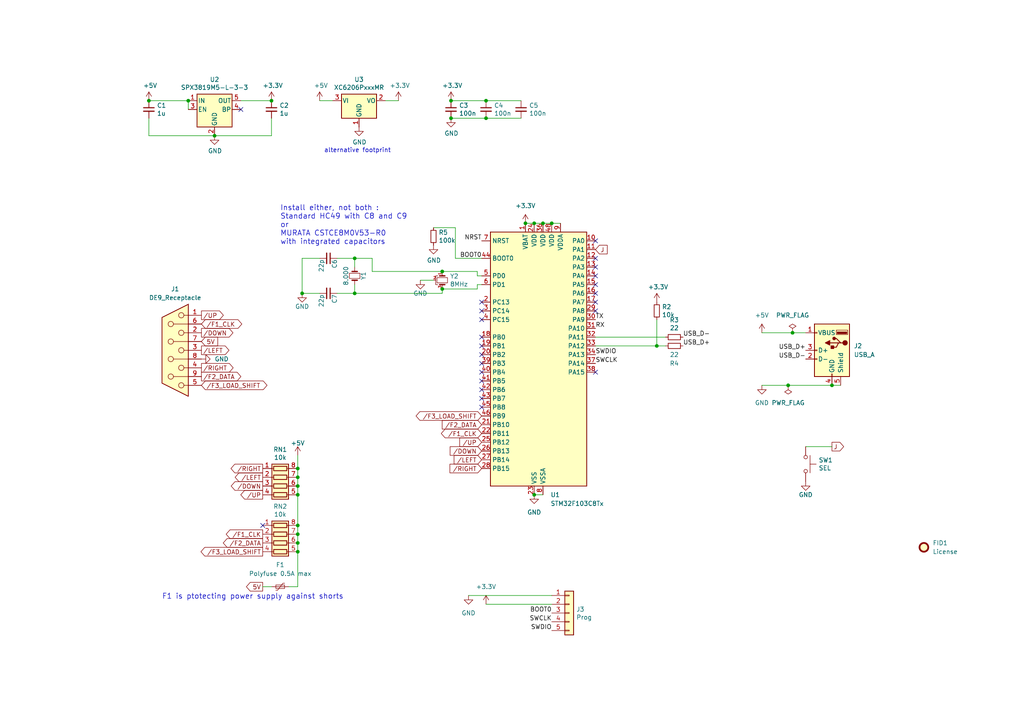
<source format=kicad_sch>
(kicad_sch (version 20231120) (generator "eeschema") (generator_version "8.0")
  (paper "A4")
  (title_block (title "Joystick DB9 to USB adapter") (date "31/10/2023") (rev "0.1") (company "FLACO 2023 CC-BY-NC-SA"))
  (lib_symbols
    (symbol "Connector:DE9_Receptacle" (pin_names (offset 1.016) hide)
      (property "Reference" "J" (at 0 13.97 0))
      (property "Value" "DE9_Receptacle" (at 0 -14.605 0))
      (symbol "DE9_Receptacle_0_1"
        (circle (center -1.778 -10.16) (radius 0.762))
        (circle (center -1.778 -5.08) (radius 0.762))
        (circle (center -1.778 0) (radius 0.762))
        (circle (center -1.778 5.08) (radius 0.762))
        (circle (center -1.778 10.16) (radius 0.762))
        (polyline (pts (xy -3.81 -10.16) (xy -2.54 -10.16)))
        (polyline (pts (xy -3.81 -7.62) (xy 0.508 -7.62)))
        (polyline (pts (xy -3.81 -5.08) (xy -2.54 -5.08)))
        (polyline (pts (xy -3.81 -2.54) (xy 0.508 -2.54)))
        (polyline (pts (xy -3.81 0) (xy -2.54 0)))
        (polyline (pts (xy -3.81 2.54) (xy 0.508 2.54)))
        (polyline (pts (xy -3.81 5.08) (xy -2.54 5.08)))
        (polyline (pts (xy -3.81 7.62) (xy 0.508 7.62)))
        (polyline (pts (xy -3.81 10.16) (xy -2.54 10.16)))
        (polyline (pts (xy -3.81 13.335) (xy -3.81 -13.335) (xy 3.81 -9.525) (xy 3.81 9.525) (xy -3.81 13.335)) (stroke (width 0.254)) (fill (type background)))
        (circle (center 1.27 -7.62) (radius 0.762))
        (circle (center 1.27 -2.54) (radius 0.762))
        (circle (center 1.27 2.54) (radius 0.762))
        (circle (center 1.27 7.62) (radius 0.762))
      )
      (symbol "DE9_Receptacle_1_1"
        (pin passive line (at -7.62 10.16 0) (length 3.81) (name "1") (number "1"))
        (pin passive line (at -7.62 5.08 0) (length 3.81) (name "2") (number "2"))
        (pin passive line (at -7.62 0 0) (length 3.81) (name "3") (number "3"))
        (pin passive line (at -7.62 -5.08 0) (length 3.81) (name "4") (number "4"))
        (pin passive line (at -7.62 -10.16 0) (length 3.81) (name "5") (number "5"))
        (pin passive line (at -7.62 7.62 0) (length 3.81) (name "6") (number "6"))
        (pin passive line (at -7.62 2.54 0) (length 3.81) (name "7") (number "7"))
        (pin passive line (at -7.62 -2.54 0) (length 3.81) (name "8") (number "8"))
        (pin passive line (at -7.62 -7.62 0) (length 3.81) (name "9") (number "9"))
      )
    )
    (symbol "Connector:USB_A" (pin_names (offset 1.016))
      (property "Reference" "J" (at -5.08 11.43 0))
      (property "Value" "USB_A" (at -5.08 8.89 0))
      (symbol "USB_A_0_1"
        (rectangle (start -5.08 -7.62) (end 5.08 7.62) (stroke (width 0.254)) (fill (type background)))
        (circle (center -3.81 2.159) (radius 0.635) (stroke (width 0.254)) (fill (type outline)))
        (rectangle (start -1.524 4.826) (end -4.318 5.334) (fill (type outline)))
        (rectangle (start -1.27 4.572) (end -4.572 5.842))
        (circle (center -0.635 3.429) (radius 0.381) (stroke (width 0.254)) (fill (type outline)))
        (rectangle (start -0.127 -7.62) (end 0.127 -6.858))
        (polyline (pts (xy -3.175 2.159) (xy -2.54 2.159) (xy -1.27 3.429) (xy -0.635 3.429)) (stroke (width 0.254)))
        (polyline (pts (xy -2.54 2.159) (xy -1.905 2.159) (xy -1.27 0.889) (xy 0 0.889)) (stroke (width 0.254)))
        (polyline (pts (xy 0.635 2.794) (xy 0.635 1.524) (xy 1.905 2.159) (xy 0.635 2.794)) (stroke (width 0.254)) (fill (type outline)))
        (rectangle (start 0.254 1.27) (end -0.508 0.508) (stroke (width 0.254)) (fill (type outline)))
        (rectangle (start 5.08 -2.667) (end 4.318 -2.413))
        (rectangle (start 5.08 -0.127) (end 4.318 0.127))
        (rectangle (start 5.08 4.953) (end 4.318 5.207))
      )
      (symbol "USB_A_1_1"
        (polyline (pts (xy -1.905 2.159) (xy 0.635 2.159)) (stroke (width 0.254)))
        (pin power_in line (at 7.62 5.08 180) (length 2.54) (name "VBUS") (number "1"))
        (pin bidirectional line (at 7.62 -2.54 180) (length 2.54) (name "D-") (number "2"))
        (pin bidirectional line (at 7.62 0 180) (length 2.54) (name "D+") (number "3"))
        (pin power_in line (at 0 -10.16 90) (length 2.54) (name "GND") (number "4"))
        (pin passive line (at -2.54 -10.16 90) (length 2.54) (name "Shield") (number "5"))
      )
    )
    (symbol "Connector_Generic:Conn_01x05" (pin_names (offset 1.016) hide)
      (property "Reference" "J" (at 0 7.62 0))
      (property "Value" "Conn_01x05" (at 0 -7.62 0))
      (symbol "Conn_01x05_1_1"
        (rectangle (start -1.27 -4.953) (end 0 -5.207) (stroke (width 0.1524)))
        (rectangle (start -1.27 -2.413) (end 0 -2.667) (stroke (width 0.1524)))
        (rectangle (start -1.27 0.127) (end 0 -0.127) (stroke (width 0.1524)))
        (rectangle (start -1.27 2.667) (end 0 2.413) (stroke (width 0.1524)))
        (rectangle (start -1.27 5.207) (end 0 4.953) (stroke (width 0.1524)))
        (rectangle (start -1.27 6.35) (end 1.27 -6.35) (stroke (width 0.254)) (fill (type background)))
        (pin passive line (at -5.08 5.08 0) (length 3.81) (name "Pin_1") (number "1"))
        (pin passive line (at -5.08 2.54 0) (length 3.81) (name "Pin_2") (number "2"))
        (pin passive line (at -5.08 0 0) (length 3.81) (name "Pin_3") (number "3"))
        (pin passive line (at -5.08 -2.54 0) (length 3.81) (name "Pin_4") (number "4"))
        (pin passive line (at -5.08 -5.08 0) (length 3.81) (name "Pin_5") (number "5"))
      )
    )
    (symbol "Device:C_Small" (pin_numbers hide) (pin_names (offset 0.254) hide)
      (property "Reference" "C" (at 0.254 1.778 0))
      (property "Value" "C_Small" (at 0.254 -2.032 0))
      (symbol "C_Small_0_1"
        (polyline (pts (xy -1.524 -0.508) (xy 1.524 -0.508)) (stroke (width 0.3302)))
        (polyline (pts (xy -1.524 0.508) (xy 1.524 0.508)) (stroke (width 0.3048)))
      )
      (symbol "C_Small_1_1"
        (pin passive line (at 0 2.54 270) (length 2.032) (name "~") (number "1"))
        (pin passive line (at 0 -2.54 90) (length 2.032) (name "~") (number "2"))
      )
    )
    (symbol "Device:Crystal_GND2_Small" (pin_names (offset 1.016) hide)
      (property "Reference" "Y" (at 0 5.08 0))
      (property "Value" "Crystal_GND2_Small" (at 0 3.175 0))
      (symbol "Crystal_GND2_Small_0_1"
        (rectangle (start -0.762 -1.524) (end 0.762 1.524))
        (polyline (pts (xy -1.27 -0.762) (xy -1.27 0.762)) (stroke (width 0.381)))
        (polyline (pts (xy 1.27 -0.762) (xy 1.27 0.762)) (stroke (width 0.381)))
        (polyline (pts (xy -1.27 -1.27) (xy -1.27 -1.905) (xy 1.27 -1.905) (xy 1.27 -1.27)))
      )
      (symbol "Crystal_GND2_Small_1_1"
        (pin passive line (at -2.54 0 0) (length 1.27) (name "1") (number "1"))
        (pin passive line (at 0 -2.54 90) (length 0.635) (name "2") (number "2"))
        (pin passive line (at 2.54 0 180) (length 1.27) (name "3") (number "3"))
      )
    )
    (symbol "Device:Crystal_Small" (pin_numbers hide) (pin_names (offset 1.016) hide)
      (property "Reference" "Y" (at 0 2.54 0))
      (property "Value" "Crystal_Small" (at 0 -2.54 0))
      (symbol "Crystal_Small_0_1"
        (rectangle (start -0.762 -1.524) (end 0.762 1.524))
        (polyline (pts (xy -1.27 -0.762) (xy -1.27 0.762)) (stroke (width 0.381)))
        (polyline (pts (xy 1.27 -0.762) (xy 1.27 0.762)) (stroke (width 0.381)))
      )
      (symbol "Crystal_Small_1_1"
        (pin passive line (at -2.54 0 0) (length 1.27) (name "1") (number "1"))
        (pin passive line (at 2.54 0 180) (length 1.27) (name "2") (number "2"))
      )
    )
    (symbol "Device:Polyfuse_Small" (pin_numbers hide) (pin_names (offset 0))
      (property "Reference" "F" (at -1.905 0 90))
      (property "Value" "Polyfuse_Small" (at 1.905 0 90))
      (symbol "Polyfuse_Small_0_1"
        (rectangle (start -0.508 1.27) (end 0.508 -1.27))
        (polyline (pts (xy 0 2.54) (xy 0 -2.54)))
        (polyline (pts (xy -1.016 1.27) (xy -1.016 0.762) (xy 1.016 -0.762) (xy 1.016 -1.27)))
      )
      (symbol "Polyfuse_Small_1_1"
        (pin passive line (at 0 2.54 270) (length 0.635) (name "~") (number "1"))
        (pin passive line (at 0 -2.54 90) (length 0.635) (name "~") (number "2"))
      )
    )
    (symbol "Device:R_Pack04" (pin_names (offset 0) hide)
      (property "Reference" "RN" (at -7.62 0 90))
      (property "Value" "R_Pack04" (at 5.08 0 90))
      (symbol "R_Pack04_0_1"
        (rectangle (start -6.35 -2.413) (end 3.81 2.413) (stroke (width 0.254)) (fill (type background)))
        (rectangle (start -5.715 1.905) (end -4.445 -1.905) (stroke (width 0.254)))
        (rectangle (start -3.175 1.905) (end -1.905 -1.905) (stroke (width 0.254)))
        (rectangle (start -0.635 1.905) (end 0.635 -1.905) (stroke (width 0.254)))
        (polyline (pts (xy -5.08 -2.54) (xy -5.08 -1.905)))
        (polyline (pts (xy -5.08 1.905) (xy -5.08 2.54)))
        (polyline (pts (xy -2.54 -2.54) (xy -2.54 -1.905)))
        (polyline (pts (xy -2.54 1.905) (xy -2.54 2.54)))
        (polyline (pts (xy 0 -2.54) (xy 0 -1.905)))
        (polyline (pts (xy 0 1.905) (xy 0 2.54)))
        (polyline (pts (xy 2.54 -2.54) (xy 2.54 -1.905)))
        (polyline (pts (xy 2.54 1.905) (xy 2.54 2.54)))
        (rectangle (start 1.905 1.905) (end 3.175 -1.905) (stroke (width 0.254)))
      )
      (symbol "R_Pack04_1_1"
        (pin passive line (at -5.08 -5.08 90) (length 2.54) (name "R1.1") (number "1"))
        (pin passive line (at -2.54 -5.08 90) (length 2.54) (name "R2.1") (number "2"))
        (pin passive line (at 0 -5.08 90) (length 2.54) (name "R3.1") (number "3"))
        (pin passive line (at 2.54 -5.08 90) (length 2.54) (name "R4.1") (number "4"))
        (pin passive line (at 2.54 5.08 270) (length 2.54) (name "R4.2") (number "5"))
        (pin passive line (at 0 5.08 270) (length 2.54) (name "R3.2") (number "6"))
        (pin passive line (at -2.54 5.08 270) (length 2.54) (name "R2.2") (number "7"))
        (pin passive line (at -5.08 5.08 270) (length 2.54) (name "R1.2") (number "8"))
      )
    )
    (symbol "Device:R_Small" (pin_numbers hide) (pin_names (offset 0.254) hide)
      (property "Reference" "R" (at 0.762 0.508 0))
      (property "Value" "R_Small" (at 0.762 -1.016 0))
      (symbol "R_Small_0_1"
        (rectangle (start -0.762 1.778) (end 0.762 -1.778) (stroke (width 0.2032)))
      )
      (symbol "R_Small_1_1"
        (pin passive line (at 0 2.54 270) (length 0.762) (name "~") (number "1"))
        (pin passive line (at 0 -2.54 90) (length 0.762) (name "~") (number "2"))
      )
    )
    (symbol "MCU_ST_STM32F1:STM32F103C8Tx"
      (property "Reference" "U" (at -12.7 39.37 0))
      (property "Value" "STM32F103C8Tx" (at 10.16 39.37 0))
      (symbol "STM32F103C8Tx_0_1"
        (rectangle (start -12.7 -35.56) (end 15.24 38.1) (stroke (width 0.254)) (fill (type background)))
      )
      (symbol "STM32F103C8Tx_1_1"
        (pin power_in line (at -2.54 40.64 270) (length 2.54) (name "VBAT") (number "1"))
        (pin bidirectional line (at 17.78 35.56 180) (length 2.54) (name "PA0") (number "10"))
        (pin bidirectional line (at 17.78 33.02 180) (length 2.54) (name "PA1") (number "11"))
        (pin bidirectional line (at 17.78 30.48 180) (length 2.54) (name "PA2") (number "12"))
        (pin bidirectional line (at 17.78 27.94 180) (length 2.54) (name "PA3") (number "13"))
        (pin bidirectional line (at 17.78 25.4 180) (length 2.54) (name "PA4") (number "14"))
        (pin bidirectional line (at 17.78 22.86 180) (length 2.54) (name "PA5") (number "15"))
        (pin bidirectional line (at 17.78 20.32 180) (length 2.54) (name "PA6") (number "16"))
        (pin bidirectional line (at 17.78 17.78 180) (length 2.54) (name "PA7") (number "17"))
        (pin bidirectional line (at -15.24 7.62 0) (length 2.54) (name "PB0") (number "18"))
        (pin bidirectional line (at -15.24 5.08 0) (length 2.54) (name "PB1") (number "19"))
        (pin bidirectional line (at -15.24 17.78 0) (length 2.54) (name "PC13") (number "2"))
        (pin bidirectional line (at -15.24 2.54 0) (length 2.54) (name "PB2") (number "20"))
        (pin bidirectional line (at -15.24 -17.78 0) (length 2.54) (name "PB10") (number "21"))
        (pin bidirectional line (at -15.24 -20.32 0) (length 2.54) (name "PB11") (number "22"))
        (pin power_in line (at 0 -38.1 90) (length 2.54) (name "VSS") (number "23"))
        (pin power_in line (at 0 40.64 270) (length 2.54) (name "VDD") (number "24"))
        (pin bidirectional line (at -15.24 -22.86 0) (length 2.54) (name "PB12") (number "25"))
        (pin bidirectional line (at -15.24 -25.4 0) (length 2.54) (name "PB13") (number "26"))
        (pin bidirectional line (at -15.24 -27.94 0) (length 2.54) (name "PB14") (number "27"))
        (pin bidirectional line (at -15.24 -30.48 0) (length 2.54) (name "PB15") (number "28"))
        (pin bidirectional line (at 17.78 15.24 180) (length 2.54) (name "PA8") (number "29"))
        (pin bidirectional line (at -15.24 15.24 0) (length 2.54) (name "PC14") (number "3"))
        (pin bidirectional line (at 17.78 12.7 180) (length 2.54) (name "PA9") (number "30"))
        (pin bidirectional line (at 17.78 10.16 180) (length 2.54) (name "PA10") (number "31"))
        (pin bidirectional line (at 17.78 7.62 180) (length 2.54) (name "PA11") (number "32"))
        (pin bidirectional line (at 17.78 5.08 180) (length 2.54) (name "PA12") (number "33"))
        (pin bidirectional line (at 17.78 2.54 180) (length 2.54) (name "PA13") (number "34"))
        (pin passive line (at 0 -38.1 90) (length 2.54) hide (name "VSS") (number "35"))
        (pin power_in line (at 2.54 40.64 270) (length 2.54) (name "VDD") (number "36"))
        (pin bidirectional line (at 17.78 0 180) (length 2.54) (name "PA14") (number "37"))
        (pin bidirectional line (at 17.78 -2.54 180) (length 2.54) (name "PA15") (number "38"))
        (pin bidirectional line (at -15.24 0 0) (length 2.54) (name "PB3") (number "39"))
        (pin bidirectional line (at -15.24 12.7 0) (length 2.54) (name "PC15") (number "4"))
        (pin bidirectional line (at -15.24 -2.54 0) (length 2.54) (name "PB4") (number "40"))
        (pin bidirectional line (at -15.24 -5.08 0) (length 2.54) (name "PB5") (number "41"))
        (pin bidirectional line (at -15.24 -7.62 0) (length 2.54) (name "PB6") (number "42"))
        (pin bidirectional line (at -15.24 -10.16 0) (length 2.54) (name "PB7") (number "43"))
        (pin input line (at -15.24 30.48 0) (length 2.54) (name "BOOT0") (number "44"))
        (pin bidirectional line (at -15.24 -12.7 0) (length 2.54) (name "PB8") (number "45"))
        (pin bidirectional line (at -15.24 -15.24 0) (length 2.54) (name "PB9") (number "46"))
        (pin passive line (at 0 -38.1 90) (length 2.54) hide (name "VSS") (number "47"))
        (pin power_in line (at 5.08 40.64 270) (length 2.54) (name "VDD") (number "48"))
        (pin bidirectional line (at -15.24 25.4 0) (length 2.54) (name "PD0") (number "5"))
        (pin bidirectional line (at -15.24 22.86 0) (length 2.54) (name "PD1") (number "6"))
        (pin input line (at -15.24 35.56 0) (length 2.54) (name "NRST") (number "7"))
        (pin power_in line (at 2.54 -38.1 90) (length 2.54) (name "VSSA") (number "8"))
        (pin power_in line (at 7.62 40.64 270) (length 2.54) (name "VDDA") (number "9"))
      )
    )
    (symbol "Mechanical:Fiducial"
      (property "Reference" "FID" (at 0 5.08 0))
      (property "Value" "Fiducial" (at 0 3.175 0))
      (symbol "Fiducial_0_1"
        (circle (center 0 0) (radius 1.27) (stroke (width 0.508)) (fill (type background)))
      )
    )
    (symbol "Regulator_Linear:SPX3819M5-L-3-3" (pin_names (offset 0.254))
      (property "Reference" "U" (at -3.81 5.715 0))
      (property "Value" "SPX3819M5-L-3-3" (at 0 5.715 0))
      (symbol "SPX3819M5-L-3-3_0_1"
        (rectangle (start -5.08 4.445) (end 5.08 -5.08) (stroke (width 0.254)) (fill (type background)))
      )
      (symbol "SPX3819M5-L-3-3_1_1"
        (pin power_in line (at -7.62 2.54 0) (length 2.54) (name "IN") (number "1"))
        (pin power_in line (at 0 -7.62 90) (length 2.54) (name "GND") (number "2"))
        (pin input line (at -7.62 0 0) (length 2.54) (name "EN") (number "3"))
        (pin input line (at 7.62 0 180) (length 2.54) (name "BP") (number "4"))
        (pin power_out line (at 7.62 2.54 180) (length 2.54) (name "OUT") (number "5"))
      )
    )
    (symbol "Regulator_Linear:XC6206PxxxMR" (pin_names (offset 0.254))
      (property "Reference" "U" (at -3.81 3.175 0))
      (property "Value" "XC6206PxxxMR" (at 0 3.175 0))
      (symbol "XC6206PxxxMR_0_1"
        (rectangle (start -5.08 1.905) (end 5.08 -5.08) (stroke (width 0.254)) (fill (type background)))
      )
      (symbol "XC6206PxxxMR_1_1"
        (pin power_in line (at 0 -7.62 90) (length 2.54) (name "GND") (number "1"))
        (pin power_out line (at 7.62 0 180) (length 2.54) (name "VO") (number "2"))
        (pin power_in line (at -7.62 0 0) (length 2.54) (name "VI") (number "3"))
      )
    )
    (symbol "Switch:SW_Push" (pin_numbers hide) (pin_names (offset 1.016) hide)
      (property "Reference" "SW" (at 1.27 2.54 0))
      (property "Value" "SW_Push" (at 0 -1.524 0))
      (symbol "SW_Push_0_1"
        (circle (center -2.032 0) (radius 0.508))
        (polyline (pts (xy 0 1.27) (xy 0 3.048)))
        (polyline (pts (xy 2.54 1.27) (xy -2.54 1.27)))
        (circle (center 2.032 0) (radius 0.508))
        (pin passive line (at -5.08 0 0) (length 2.54) (name "1") (number "1"))
        (pin passive line (at 5.08 0 180) (length 2.54) (name "2") (number "2"))
      )
    )
    (symbol "power:+3.3V" (power) (pin_names (offset 0))
      (property "Value" "+3.3V" (at 0 3.556 0))
      (symbol "+3.3V_0_1"
        (polyline (pts (xy -0.762 1.27) (xy 0 2.54)))
        (polyline (pts (xy 0 0) (xy 0 2.54)))
        (polyline (pts (xy 0 2.54) (xy 0.762 1.27)))
      )
      (symbol "+3.3V_1_1"
        (pin power_in line (at 0 0 90) (length 0) hide (name "+3.3V") (number "1"))
      )
    )
    (symbol "power:+5V" (power) (pin_names (offset 0))
      (property "Value" "+5V" (at 0 3.556 0))
      (symbol "+5V_0_1"
        (polyline (pts (xy -0.762 1.27) (xy 0 2.54)))
        (polyline (pts (xy 0 0) (xy 0 2.54)))
        (polyline (pts (xy 0 2.54) (xy 0.762 1.27)))
      )
      (symbol "+5V_1_1"
        (pin power_in line (at 0 0 90) (length 0) hide (name "+5V") (number "1"))
      )
    )
    (symbol "power:GND" (power) (pin_names (offset 0))
      (property "Value" "GND" (at 0 -3.81 0))
      (symbol "GND_0_1"
        (polyline (pts (xy 0 0) (xy 0 -1.27) (xy 1.27 -1.27) (xy 0 -2.54) (xy -1.27 -1.27) (xy 0 -1.27)))
      )
      (symbol "GND_1_1"
        (pin power_in line (at 0 0 270) (length 0) hide (name "GND") (number "1"))
      )
    )
    (symbol "power:PWR_FLAG" (power) (pin_numbers hide) (pin_names (offset 0) hide)
      (property "Value" "PWR_FLAG" (at 0 3.81 0))
      (symbol "PWR_FLAG_0_0"
        (pin power_out line (at 0 0 90) (length 0) (name "pwr") (number "1"))
      )
      (symbol "PWR_FLAG_0_1"
        (polyline (pts (xy 0 0) (xy 0 1.27) (xy -1.016 1.905) (xy 0 2.54) (xy 1.016 1.905) (xy 0 1.27)))
      )
    )
  )
  (junction (at 78.74 29.21))
  (junction (at 43.18 29.21))
  (junction (at 86.36 138.43))
  (junction (at 229.87 96.52))
  (junction (at 130.81 29.21))
  (junction (at 86.36 152.4))
  (junction (at 87.63 85.09))
  (junction (at 241.3 111.76))
  (junction (at 86.36 154.94))
  (junction (at 154.94 143.51))
  (junction (at 86.36 157.48))
  (junction (at 86.36 143.51))
  (junction (at 160.02 64.77))
  (junction (at 190.5 100.33))
  (junction (at 54.61 29.21))
  (junction (at 128.27 78.74))
  (junction (at 228.6 111.76))
  (junction (at 86.36 140.97))
  (junction (at 86.36 135.89))
  (junction (at 128.27 83.82))
  (junction (at 86.36 160.02))
  (junction (at 154.94 64.77))
  (junction (at 152.4 64.77))
  (junction (at 130.81 34.29))
  (junction (at 157.48 64.77))
  (junction (at 62.23 39.37))
  (junction (at 140.97 29.21))
  (junction (at 140.97 34.29))
  (junction (at 102.87 74.93))
  (junction (at 102.87 85.09))
  (no_connect (at 139.7 113.03))
  (no_connect (at 76.2 152.4))
  (no_connect (at 139.7 115.57))
  (no_connect (at 139.7 90.17))
  (no_connect (at 139.7 92.71))
  (no_connect (at 139.7 105.41))
  (no_connect (at 172.72 80.01))
  (no_connect (at 172.72 107.95))
  (no_connect (at 69.85 31.75))
  (no_connect (at 139.7 107.95))
  (no_connect (at 172.72 85.09))
  (no_connect (at 139.7 100.33))
  (no_connect (at 172.72 74.93))
  (no_connect (at 172.72 87.63))
  (no_connect (at 139.7 118.11))
  (no_connect (at 172.72 69.85))
  (no_connect (at 172.72 82.55))
  (no_connect (at 139.7 102.87))
  (no_connect (at 172.72 90.17))
  (no_connect (at 139.7 97.79))
  (no_connect (at 139.7 110.49))
  (no_connect (at 139.7 87.63))
  (no_connect (at 172.72 77.47))
  (wire (pts (xy 54.61 29.21) (xy 43.18 29.21)))
  (wire (pts (xy 160.02 64.77) (xy 162.56 64.77)))
  (wire (pts (xy 86.36 138.43) (xy 86.36 140.97)))
  (wire (pts (xy 241.3 129.54) (xy 233.68 129.54)))
  (wire (pts (xy 157.48 64.77) (xy 160.02 64.77)))
  (wire (pts (xy 125.73 66.04) (xy 132.08 66.04)))
  (wire (pts (xy 69.85 29.21) (xy 78.74 29.21)))
  (wire (pts (xy 97.79 85.09) (xy 102.87 85.09)))
  (wire (pts (xy 86.36 160.02) (xy 86.36 170.18)))
  (wire (pts (xy 86.36 143.51) (xy 86.36 152.4)))
  (wire (pts (xy 86.36 140.97) (xy 86.36 143.51)))
  (wire (pts (xy 62.23 39.37) (xy 78.74 39.37)))
  (wire (pts (xy 86.36 135.89) (xy 86.36 138.43)))
  (wire (pts (xy 107.95 78.74) (xy 128.27 78.74)))
  (wire (pts (xy 43.18 39.37) (xy 43.18 34.29)))
  (wire (pts (xy 86.36 154.94) (xy 86.36 157.48)))
  (wire (pts (xy 111.76 29.21) (xy 115.57 29.21)))
  (wire (pts (xy 86.36 157.48) (xy 86.36 160.02)))
  (wire (pts (xy 228.6 111.76) (xy 241.3 111.76)))
  (wire (pts (xy 102.87 74.93) (xy 102.87 77.47)))
  (wire (pts (xy 160.02 172.72) (xy 135.89 172.72)))
  (wire (pts (xy 102.87 74.93) (xy 107.95 74.93)))
  (wire (pts (xy 97.79 74.93) (xy 102.87 74.93)))
  (wire (pts (xy 87.63 85.09) (xy 92.71 85.09)))
  (wire (pts (xy 241.3 111.76) (xy 243.84 111.76)))
  (wire (pts (xy 154.94 143.51) (xy 157.48 143.51)))
  (wire (pts (xy 86.36 170.18) (xy 83.82 170.18)))
  (wire (pts (xy 128.27 83.82) (xy 138.43 83.82)))
  (wire (pts (xy 138.43 82.55) (xy 139.7 82.55)))
  (wire (pts (xy 132.08 74.93) (xy 139.7 74.93)))
  (wire (pts (xy 130.81 34.29) (xy 140.97 34.29)))
  (wire (pts (xy 130.81 29.21) (xy 140.97 29.21)))
  (wire (pts (xy 220.98 96.52) (xy 229.87 96.52)))
  (wire (pts (xy 220.98 111.76) (xy 228.6 111.76)))
  (wire (pts (xy 54.61 31.75) (xy 54.61 29.21)))
  (wire (pts (xy 229.87 96.52) (xy 233.68 96.52)))
  (wire (pts (xy 125.73 81.28) (xy 121.92 81.28)))
  (wire (pts (xy 154.94 64.77) (xy 157.48 64.77)))
  (wire (pts (xy 76.2 170.18) (xy 78.74 170.18)))
  (wire (pts (xy 172.72 97.79) (xy 193.04 97.79)))
  (wire (pts (xy 87.63 74.93) (xy 87.63 85.09)))
  (wire (pts (xy 102.87 82.55) (xy 102.87 85.09)))
  (wire (pts (xy 140.97 34.29) (xy 151.13 34.29)))
  (wire (pts (xy 138.43 80.01) (xy 139.7 80.01)))
  (wire (pts (xy 78.74 39.37) (xy 78.74 34.29)))
  (wire (pts (xy 128.27 78.74) (xy 138.43 78.74)))
  (wire (pts (xy 138.43 78.74) (xy 138.43 80.01)))
  (wire (pts (xy 102.87 85.09) (xy 128.27 85.09)))
  (wire (pts (xy 140.97 29.21) (xy 151.13 29.21)))
  (wire (pts (xy 62.23 39.37) (xy 43.18 39.37)))
  (wire (pts (xy 92.71 29.21) (xy 96.52 29.21)))
  (wire (pts (xy 190.5 92.71) (xy 190.5 100.33)))
  (wire (pts (xy 152.4 64.77) (xy 154.94 64.77)))
  (wire (pts (xy 86.36 152.4) (xy 86.36 154.94)))
  (wire (pts (xy 172.72 100.33) (xy 190.5 100.33)))
  (wire (pts (xy 160.02 175.26) (xy 140.97 175.26)))
  (wire (pts (xy 138.43 83.82) (xy 138.43 82.55)))
  (wire (pts (xy 92.71 74.93) (xy 87.63 74.93)))
  (wire (pts (xy 107.95 74.93) (xy 107.95 78.74)))
  (wire (pts (xy 128.27 85.09) (xy 128.27 83.82)))
  (wire (pts (xy 190.5 100.33) (xy 193.04 100.33)))
  (wire (pts (xy 86.36 132.08) (xy 86.36 135.89)))
  (wire (pts (xy 132.08 66.04) (xy 132.08 74.93)))
  (text "Install either, not both :\nStandard HC49 with C8 and C9\nor\nMURATA CSTCE8M0V53-R0\nwith integrated capacitors" (at 81.28 71.12 0) (effects (font (size 1.524 1.524)) (justify left bottom)))
  (text "F1 is ptotecting power supply against shorts" (at 46.99 173.99 0) (effects (font (size 1.524 1.524)) (justify left bottom)))
  (text "alternative footprint" (at 93.98 44.45 0) (effects (font (size 1.27 1.27)) (justify left bottom)))
  (label "BOOT0" (at 160.02 177.8 180))
  (label "RX" (at 172.72 95.25 0))
  (label "TX" (at 172.72 92.71 0))
  (label "NRST" (at 139.7 69.85 180))
  (label "USB_D-" (at 233.68 104.14 180))
  (label "USB_D+" (at 198.12 100.33 0))
  (label "SWDIO" (at 172.72 102.87 0))
  (label "SWCLK" (at 172.72 105.41 0))
  (label "SWDIO" (at 160.02 182.88 180))
  (label "USB_D-" (at 198.12 97.79 0))
  (label "BOOT0" (at 139.7 74.93 180))
  (label "SWCLK" (at 160.02 180.34 180))
  (label "USB_D+" (at 233.68 101.6 180))
  (global_label "{slash}F3_LOAD_SHIFT" (shape bidirectional) (at 58.42 111.76 0) (property "Intersheetrefs" "${INTERSHEET_REFS}" (effects (hide yes))))
  (global_label "{slash}RIGHT" (shape output) (at 76.2 135.89 180) (property "Intersheetrefs" "${INTERSHEET_REFS}" (effects (hide yes))))
  (global_label "{slash}LEFT" (shape input) (at 139.7 133.35 180) (property "Intersheetrefs" "${INTERSHEET_REFS}" (effects (hide yes))))
  (global_label "5V" (shape input) (at 58.42 99.06 0) (property "Intersheetrefs" "${INTERSHEET_REFS}" (effects (hide yes))))
  (global_label "{slash}F1_CLK" (shape bidirectional) (at 139.7 125.73 180) (property "Intersheetrefs" "${INTERSHEET_REFS}" (effects (hide yes))))
  (global_label "{slash}DOWN" (shape output) (at 58.42 96.52 0) (property "Intersheetrefs" "${INTERSHEET_REFS}" (effects (hide yes))))
  (global_label "{slash}F2_DATA" (shape output) (at 76.2 157.48 180) (property "Intersheetrefs" "${INTERSHEET_REFS}" (effects (hide yes))))
  (global_label "5V" (shape output) (at 76.2 170.18 180) (property "Intersheetrefs" "${INTERSHEET_REFS}" (effects (hide yes))))
  (global_label "J" (shape output) (at 241.3 129.54 0) (property "Intersheetrefs" "${INTERSHEET_REFS}" (effects (hide yes))))
  (global_label "{slash}UP" (shape output) (at 58.42 91.44 0) (property "Intersheetrefs" "${INTERSHEET_REFS}" (effects (hide yes))))
  (global_label "{slash}F3_LOAD_SHIFT" (shape output) (at 76.2 160.02 180) (property "Intersheetrefs" "${INTERSHEET_REFS}" (effects (hide yes))))
  (global_label "{slash}F1_CLK" (shape bidirectional) (at 58.42 93.98 0) (property "Intersheetrefs" "${INTERSHEET_REFS}" (effects (hide yes))))
  (global_label "{slash}F3_LOAD_SHIFT" (shape bidirectional) (at 139.7 120.65 180) (property "Intersheetrefs" "${INTERSHEET_REFS}" (effects (hide yes))))
  (global_label "{slash}DOWN" (shape input) (at 139.7 130.81 180) (property "Intersheetrefs" "${INTERSHEET_REFS}" (effects (hide yes))))
  (global_label "J" (shape input) (at 172.72 72.39 0) (property "Intersheetrefs" "${INTERSHEET_REFS}" (effects (hide yes))))
  (global_label "{slash}RIGHT" (shape output) (at 58.42 106.68 0) (property "Intersheetrefs" "${INTERSHEET_REFS}" (effects (hide yes))))
  (global_label "{slash}LEFT" (shape output) (at 76.2 138.43 180) (property "Intersheetrefs" "${INTERSHEET_REFS}" (effects (hide yes))))
  (global_label "{slash}F1_CLK" (shape output) (at 76.2 154.94 180) (property "Intersheetrefs" "${INTERSHEET_REFS}" (effects (hide yes))))
  (global_label "{slash}RIGHT" (shape input) (at 139.7 135.89 180) (property "Intersheetrefs" "${INTERSHEET_REFS}" (effects (hide yes))))
  (global_label "{slash}UP" (shape output) (at 76.2 143.51 180) (property "Intersheetrefs" "${INTERSHEET_REFS}" (effects (hide yes))))
  (global_label "{slash}DOWN" (shape output) (at 76.2 140.97 180) (property "Intersheetrefs" "${INTERSHEET_REFS}" (effects (hide yes))))
  (global_label "{slash}LEFT" (shape output) (at 58.42 101.6 0) (property "Intersheetrefs" "${INTERSHEET_REFS}" (effects (hide yes))))
  (global_label "{slash}F2_DATA" (shape output) (at 58.42 109.22 0) (property "Intersheetrefs" "${INTERSHEET_REFS}" (effects (hide yes))))
  (global_label "{slash}F2_DATA" (shape input) (at 139.7 123.19 180) (property "Intersheetrefs" "${INTERSHEET_REFS}" (effects (hide yes))))
  (global_label "{slash}UP" (shape input) (at 139.7 128.27 180) (property "Intersheetrefs" "${INTERSHEET_REFS}" (effects (hide yes))))
  (symbol (lib_id "power:GND") (at 104.14 36.83 0) (unit 1)
    (property "Reference" "#PWR013" (effects (hide yes)))
    (property "Value" "GND" (at 104.267 41.2242 0))
  )
  (symbol (lib_id "Device:R_Small") (at 190.5 90.17 0) (unit 1)
    (property "Reference" "R2" (at 191.9986 89.0016 0) (effects (justify left)))
    (property "Value" "10k" (at 191.9986 91.313 0) (effects (justify left)))
    (property "Footprint" "Resistor_SMD:R_0805_2012Metric" (effects (hide yes)))
  )
  (symbol (lib_id "Regulator_Linear:SPX3819M5-L-3-3") (at 62.23 31.75 0) (unit 1)
    (property "Reference" "U2" (at 62.23 23.0632 0))
    (property "Value" "SPX3819M5-L-3-3" (at 62.23 25.3746 0))
    (property "Footprint" "Package_TO_SOT_SMD:SOT-23-5" (effects (hide yes)))
    (property "Datasheet" "https://www.exar.com/content/document.ashx?id=22106&languageid=1033&type=Datasheet&partnumber=SPX3819&filename=SPX3819.pdf&part=SPX3819" (effects (hide yes)))
  )
  (symbol (lib_id "power:PWR_FLAG") (at 229.87 96.52 0) (unit 1)
    (property "Reference" "#FLG01" (effects (hide yes)))
    (property "Value" "PWR_FLAG" (at 229.87 91.44 0))
  )
  (symbol (lib_id "power:+5V") (at 86.36 132.08 0) (unit 1)
    (property "Reference" "#PWR05" (effects (hide yes)))
    (property "Value" "+5V" (at 86.36 128.524 0))
  )
  (symbol (lib_id "Regulator_Linear:XC6206PxxxMR") (at 104.14 29.21 0) (unit 1)
    (property "Reference" "U3" (at 104.14 23.0632 0))
    (property "Value" "XC6206PxxxMR" (at 104.14 25.3746 0))
    (property "Footprint" "Sassa:SOT-23" (effects (hide yes)))
    (property "Datasheet" "https://www.torexsemi.com/file/xc6206/XC6206.pdf" (effects (hide yes)))
  )
  (symbol (lib_id "Device:R_Small") (at 195.58 100.33 270) (unit 1)
    (property "Reference" "R4" (at 195.58 105.41 90))
    (property "Value" "22" (at 195.58 102.87 90))
    (property "Footprint" "Resistor_SMD:R_0805_2012Metric" (effects (hide yes)))
  )
  (symbol (lib_id "power:GND") (at 130.81 34.29 0) (unit 1)
    (property "Reference" "#PWR016" (effects (hide yes)))
    (property "Value" "GND" (at 130.937 38.6842 0))
  )
  (symbol (lib_id "power:+3.3V") (at 152.4 64.77 0) (unit 1)
    (property "Reference" "#PWR07" (effects (hide yes)))
    (property "Value" "+3.3V" (at 152.4 59.69 0))
  )
  (symbol (lib_id "power:+3.3V") (at 115.57 29.21 0) (unit 1)
    (property "Reference" "#PWR014" (effects (hide yes)))
    (property "Value" "+3.3V" (at 115.951 24.8158 0))
  )
  (symbol (lib_id "power:+5V") (at 220.98 96.52 0) (unit 1)
    (property "Reference" "#PWR01" (effects (hide yes)))
    (property "Value" "+5V" (at 220.98 91.44 0))
  )
  (symbol (lib_id "Device:C_Small") (at 130.81 31.75 0) (unit 1)
    (property "Reference" "C3" (at 133.1468 30.5816 0) (effects (justify left)))
    (property "Value" "100n" (at 133.1468 32.893 0) (effects (justify left)))
    (property "Footprint" "Capacitor_SMD:C_0805_2012Metric" (effects (hide yes)))
  )
  (symbol (lib_id "Connector_Generic:Conn_01x05") (at 165.1 177.8 0) (unit 1)
    (property "Reference" "J3" (at 167.132 176.7332 0) (effects (justify left)))
    (property "Value" "Prog" (at 167.132 179.0446 0) (effects (justify left)))
    (property "Footprint" "Connector_PinHeader_2.54mm:PinHeader_1x05_P2.54mm_Vertical" (effects (hide yes)))
  )
  (symbol (lib_id "Device:R_Pack04") (at 81.28 157.48 270) (unit 1)
    (property "Reference" "RN2" (at 81.28 146.8882 90))
    (property "Value" "10k" (at 81.28 149.1996 90))
    (property "Footprint" "Resistor_SMD:R_Array_Convex_4x0603" (effects (hide yes)))
  )
  (symbol (lib_id "Device:Polyfuse_Small") (at 81.28 170.18 90) (unit 1)
    (property "Reference" "F1" (at 81.28 163.83 90))
    (property "Value" "Polyfuse 0.5A max" (at 81.28 166.37 90))
    (property "Footprint" "Resistor_SMD:R_1210_3225Metric" (effects (hide yes)))
  )
  (symbol (lib_id "power:GND") (at 233.68 139.7 0) (unit 1)
    (property "Reference" "#PWR021" (effects (hide yes)))
    (property "Value" "GND" (at 233.68 143.51 0))
  )
  (symbol (lib_id "power:+3.3V") (at 190.5 87.63 0) (unit 1)
    (property "Reference" "#PWR03" (effects (hide yes)))
    (property "Value" "+3.3V" (at 190.881 83.2358 0))
  )
  (symbol (lib_id "power:GND") (at 154.94 143.51 0) (unit 1)
    (property "Reference" "#PWR06" (effects (hide yes)))
    (property "Value" "GND" (at 154.94 148.59 0))
  )
  (symbol (lib_id "Connector:DE9_Receptacle") (at 50.8 101.6 0) (mirror y) (unit 1)
    (property "Reference" "J1" (at 50.8 83.82 0))
    (property "Value" "DE9_Receptacle" (at 50.8 86.36 0))
    (property "Footprint" "Connector_Dsub:DSUB-9_Male_EdgeMount_P2.77mm" (effects (hide yes)))
    (property "Datasheet" " ~" (effects (hide yes)))
  )
  (symbol (lib_id "power:GND") (at 121.92 81.28 0) (unit 1)
    (property "Reference" "#PWR018" (effects (hide yes)))
    (property "Value" "GND" (at 121.92 85.09 0))
  )
  (symbol (lib_id "power:GND") (at 125.73 71.12 0) (unit 1)
    (property "Reference" "#PWR08" (effects (hide yes)))
    (property "Value" "GND" (at 125.857 75.5142 0))
  )
  (symbol (lib_id "Device:R_Small") (at 195.58 97.79 270) (unit 1)
    (property "Reference" "R3" (at 195.58 92.8116 90))
    (property "Value" "22" (at 195.58 95.123 90))
    (property "Footprint" "Resistor_SMD:R_0805_2012Metric" (effects (hide yes)))
  )
  (symbol (lib_id "Device:C_Small") (at 78.74 31.75 0) (unit 1)
    (property "Reference" "C2" (at 81.0768 30.5816 0) (effects (justify left)))
    (property "Value" "1u" (at 81.0768 32.893 0) (effects (justify left)))
    (property "Footprint" "Capacitor_SMD:C_0805_2012Metric" (effects (hide yes)))
  )
  (symbol (lib_id "power:PWR_FLAG") (at 228.6 111.76 180) (unit 1)
    (property "Reference" "#FLG02" (effects (hide yes)))
    (property "Value" "PWR_FLAG" (at 228.6 116.84 0))
  )
  (symbol (lib_id "Device:R_Small") (at 125.73 68.58 0) (unit 1)
    (property "Reference" "R5" (at 127.2286 67.4116 0) (effects (justify left)))
    (property "Value" "100k" (at 127.2286 69.723 0) (effects (justify left)))
    (property "Footprint" "Resistor_SMD:R_0805_2012Metric" (effects (hide yes)))
  )
  (symbol (lib_id "Device:C_Small") (at 140.97 31.75 0) (unit 1)
    (property "Reference" "C4" (at 143.3068 30.5816 0) (effects (justify left)))
    (property "Value" "100n" (at 143.3068 32.893 0) (effects (justify left)))
    (property "Footprint" "Capacitor_SMD:C_0805_2012Metric" (effects (hide yes)))
  )
  (symbol (lib_id "power:GND") (at 58.42 104.14 90) (unit 1)
    (property "Reference" "#PWR04" (effects (hide yes)))
    (property "Value" "GND" (at 62.23 104.14 90) (effects (justify right)))
  )
  (symbol (lib_id "power:GND") (at 62.23 39.37 0) (unit 1)
    (property "Reference" "#PWR010" (effects (hide yes)))
    (property "Value" "GND" (at 62.357 43.7642 0))
  )
  (symbol (lib_id "power:+3.3V") (at 78.74 29.21 0) (unit 1)
    (property "Reference" "#PWR011" (effects (hide yes)))
    (property "Value" "+3.3V" (at 79.121 24.8158 0))
  )
  (symbol (lib_id "Device:C_Small") (at 95.25 74.93 270) (unit 1)
    (property "Reference" "C6" (at 97.028 75.184 0) (effects (justify left)))
    (property "Value" "22p" (at 93.218 75.184 0) (effects (justify left)))
    (property "Footprint" "Capacitor_SMD:C_0805_2012Metric" (effects (hide yes)))
  )
  (symbol (lib_id "Device:Crystal_GND2_Small") (at 128.27 81.28 270) (unit 1)
    (property "Reference" "Y2" (at 130.5052 80.1116 90) (effects (justify left)))
    (property "Value" "8MHz" (at 130.5052 82.423 90) (effects (justify left)))
    (property "Footprint" "Crystal:Resonator_SMD_Murata_CSTxExxV-3Pin_3.0x1.1mm" (effects (hide yes)))
  )
  (symbol (lib_id "power:GND") (at 135.89 172.72 0) (unit 1)
    (property "Reference" "#PWR020" (effects (hide yes)))
    (property "Value" "GND" (at 135.89 177.8 0))
  )
  (symbol (lib_id "power:+5V") (at 43.18 29.21 0) (unit 1)
    (property "Reference" "#PWR09" (effects (hide yes)))
    (property "Value" "+5V" (at 43.561 24.8158 0))
  )
  (symbol (lib_id "Switch:SW_Push") (at 233.68 134.62 270) (unit 1)
    (property "Reference" "SW1" (at 237.4392 133.4516 90) (effects (justify left)))
    (property "Value" "SEL" (at 237.4392 135.763 90) (effects (justify left)))
    (property "Footprint" "Button_Switch_SMD:SW_SPST_CK_RS282G05A3" (effects (hide yes)))
  )
  (symbol (lib_id "power:+5V") (at 92.71 29.21 0) (unit 1)
    (property "Reference" "#PWR012" (effects (hide yes)))
    (property "Value" "+5V" (at 93.091 24.8158 0))
  )
  (symbol (lib_id "Device:Crystal_Small") (at 102.87 80.01 270) (unit 1)
    (property "Reference" "Y1" (at 105.41 80.01 0))
    (property "Value" "8.000" (at 100.33 80.01 0))
    (property "Footprint" "Crystal:Crystal_HC49-4H_Vertical" (effects (hide yes)))
  )
  (symbol (lib_id "Device:R_Pack04") (at 81.28 140.97 270) (unit 1)
    (property "Reference" "RN1" (at 81.28 130.3782 90))
    (property "Value" "10k" (at 81.28 132.6896 90))
    (property "Footprint" "Resistor_SMD:R_Array_Convex_4x0603" (effects (hide yes)))
  )
  (symbol (lib_id "power:GND") (at 87.63 85.09 0) (unit 1)
    (property "Reference" "#PWR022" (effects (hide yes)))
    (property "Value" "GND" (at 87.63 88.9 0))
  )
  (symbol (lib_id "Mechanical:Fiducial") (at 267.97 158.75 0) (unit 1)
    (property "Reference" "FID1" (at 270.51 157.48 0) (effects (justify left)))
    (property "Value" "License" (at 270.51 160.02 0) (effects (justify left)))
    (property "Footprint" "Sassa:CC_BY_NC_SA_long_silkscreen_11.4x3.5" (effects (hide yes)))
  )
  (symbol (lib_id "power:GND") (at 220.98 111.76 0) (unit 1)
    (property "Reference" "#PWR02" (effects (hide yes)))
    (property "Value" "GND" (at 220.98 116.84 0))
  )
  (symbol (lib_id "MCU_ST_STM32F1:STM32F103C8Tx") (at 154.94 105.41 0) (unit 1)
    (property "Reference" "U1" (at 159.6741 143.51 0) (effects (justify left)))
    (property "Value" "STM32F103C8Tx" (at 159.6741 146.05 0) (effects (justify left)))
    (property "Footprint" "Package_QFP:LQFP-48_7x7mm_P0.5mm" (effects (hide yes)))
    (property "Datasheet" "https://www.st.com/resource/en/datasheet/stm32f103c8.pdf" (effects (hide yes)))
  )
  (symbol (lib_id "Connector:USB_A") (at 241.3 101.6 0) (mirror y) (unit 1)
    (property "Reference" "J2" (at 247.65 100.33 0) (effects (justify right)))
    (property "Value" "USB_A" (at 247.65 102.87 0) (effects (justify right)))
    (property "Footprint" "Connector_USB:USB_A_CNCTech_1001-011-01101_Horizontal" (effects (hide yes)))
    (property "Datasheet" " ~" (effects (hide yes)))
  )
  (symbol (lib_id "Device:C_Small") (at 43.18 31.75 0) (unit 1)
    (property "Reference" "C1" (at 45.5168 30.5816 0) (effects (justify left)))
    (property "Value" "1u" (at 45.5168 32.893 0) (effects (justify left)))
    (property "Footprint" "Capacitor_SMD:C_0805_2012Metric" (effects (hide yes)))
  )
  (symbol (lib_id "Device:C_Small") (at 95.25 85.09 270) (unit 1)
    (property "Reference" "C7" (at 97.028 85.344 0) (effects (justify left)))
    (property "Value" "22p" (at 93.218 85.344 0) (effects (justify left)))
    (property "Footprint" "Capacitor_SMD:C_0805_2012Metric" (effects (hide yes)))
  )
  (symbol (lib_id "power:+3.3V") (at 130.81 29.21 0) (unit 1)
    (property "Reference" "#PWR015" (effects (hide yes)))
    (property "Value" "+3.3V" (at 131.191 24.8158 0))
  )
  (symbol (lib_id "power:+3.3V") (at 140.97 175.26 0) (unit 1)
    (property "Reference" "#PWR019" (effects (hide yes)))
    (property "Value" "+3.3V" (at 140.97 170.18 0))
  )
  (symbol (lib_id "Device:C_Small") (at 151.13 31.75 0) (unit 1)
    (property "Reference" "C5" (at 153.4668 30.5816 0) (effects (justify left)))
    (property "Value" "100n" (at 153.4668 32.893 0) (effects (justify left)))
    (property "Footprint" "Capacitor_SMD:C_0805_2012Metric" (effects (hide yes)))
  )
)
</source>
